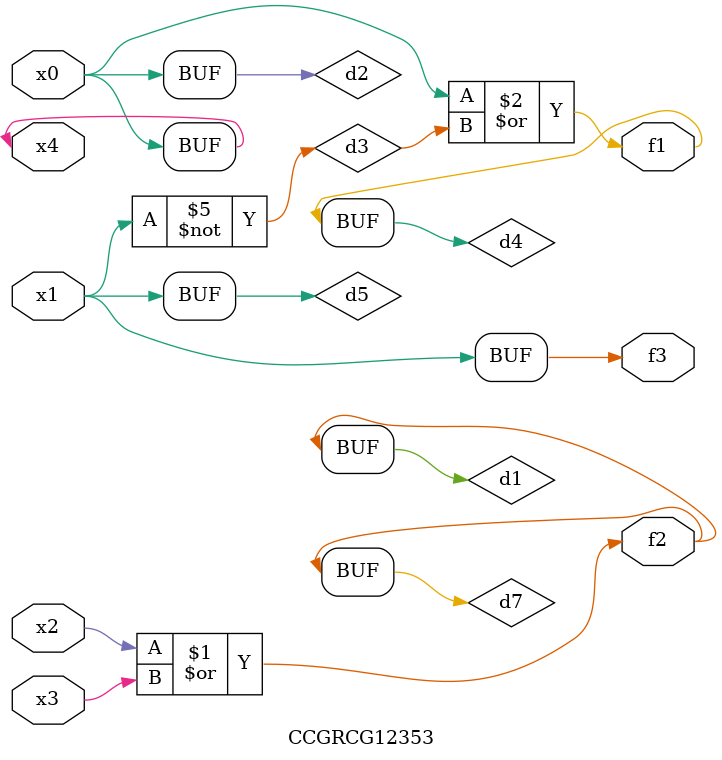
<source format=v>
module CCGRCG12353(
	input x0, x1, x2, x3, x4,
	output f1, f2, f3
);

	wire d1, d2, d3, d4, d5, d6, d7;

	or (d1, x2, x3);
	buf (d2, x0, x4);
	not (d3, x1);
	or (d4, d2, d3);
	not (d5, d3);
	nand (d6, d1, d3);
	or (d7, d1);
	assign f1 = d4;
	assign f2 = d7;
	assign f3 = d5;
endmodule

</source>
